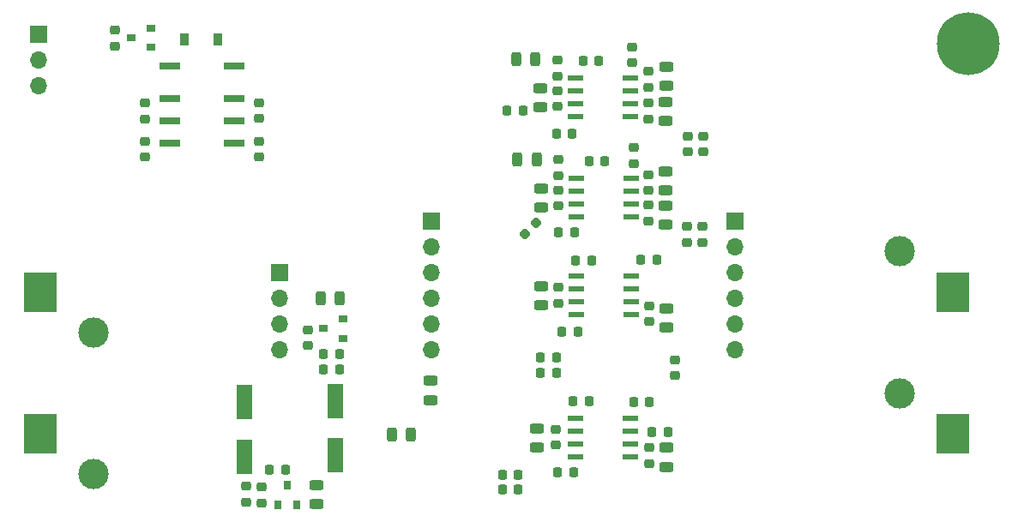
<source format=gbr>
G04 #@! TF.GenerationSoftware,KiCad,Pcbnew,6.0.2+dfsg-1*
G04 #@! TF.CreationDate,2022-08-30T21:03:39+10:00*
G04 #@! TF.ProjectId,AI.ABS.v1.single.ended.preamplifier,41492e41-4253-42e7-9631-2e73696e676c,rev?*
G04 #@! TF.SameCoordinates,Original*
G04 #@! TF.FileFunction,Soldermask,Top*
G04 #@! TF.FilePolarity,Negative*
%FSLAX45Y45*%
G04 Gerber Fmt 4.5, Leading zero omitted, Abs format (unit mm)*
G04 Created by KiCad (PCBNEW 6.0.2+dfsg-1) date 2022-08-30 21:03:39*
%MOMM*%
%LPD*%
G01*
G04 APERTURE LIST*
G04 Aperture macros list*
%AMRoundRect*
0 Rectangle with rounded corners*
0 $1 Rounding radius*
0 $2 $3 $4 $5 $6 $7 $8 $9 X,Y pos of 4 corners*
0 Add a 4 corners polygon primitive as box body*
4,1,4,$2,$3,$4,$5,$6,$7,$8,$9,$2,$3,0*
0 Add four circle primitives for the rounded corners*
1,1,$1+$1,$2,$3*
1,1,$1+$1,$4,$5*
1,1,$1+$1,$6,$7*
1,1,$1+$1,$8,$9*
0 Add four rect primitives between the rounded corners*
20,1,$1+$1,$2,$3,$4,$5,0*
20,1,$1+$1,$4,$5,$6,$7,0*
20,1,$1+$1,$6,$7,$8,$9,0*
20,1,$1+$1,$8,$9,$2,$3,0*%
G04 Aperture macros list end*
%ADD10RoundRect,0.218750X0.256250X-0.218750X0.256250X0.218750X-0.256250X0.218750X-0.256250X-0.218750X0*%
%ADD11RoundRect,0.243750X-0.456250X0.243750X-0.456250X-0.243750X0.456250X-0.243750X0.456250X0.243750X0*%
%ADD12RoundRect,0.243750X0.456250X-0.243750X0.456250X0.243750X-0.456250X0.243750X-0.456250X-0.243750X0*%
%ADD13RoundRect,0.218750X-0.256250X0.218750X-0.256250X-0.218750X0.256250X-0.218750X0.256250X0.218750X0*%
%ADD14RoundRect,0.218750X-0.026517X0.335876X-0.335876X0.026517X0.026517X-0.335876X0.335876X-0.026517X0*%
%ADD15RoundRect,0.218750X0.218750X0.256250X-0.218750X0.256250X-0.218750X-0.256250X0.218750X-0.256250X0*%
%ADD16R,1.700000X1.700000*%
%ADD17O,1.700000X1.700000*%
%ADD18R,1.550000X0.600000*%
%ADD19C,6.200000*%
%ADD20R,1.600000X3.500000*%
%ADD21RoundRect,0.243750X-0.243750X-0.456250X0.243750X-0.456250X0.243750X0.456250X-0.243750X0.456250X0*%
%ADD22R,0.900000X0.800000*%
%ADD23RoundRect,0.218750X-0.218750X-0.256250X0.218750X-0.256250X0.218750X0.256250X-0.218750X0.256250X0*%
%ADD24R,2.150000X0.800000*%
%ADD25R,0.900000X1.200000*%
%ADD26R,0.800000X0.900000*%
%ADD27C,3.000000*%
%ADD28R,3.200000X4.000000*%
%ADD29RoundRect,0.243750X0.243750X0.456250X-0.243750X0.456250X-0.243750X-0.456250X0.243750X-0.456250X0*%
G04 APERTURE END LIST*
D10*
X15720000Y-10928750D03*
X15720000Y-10771250D03*
D11*
X15888000Y-11260000D03*
X15888000Y-11072500D03*
D12*
X15895000Y-10911250D03*
X15895000Y-10723750D03*
D13*
X15718000Y-11082500D03*
X15718000Y-11240000D03*
X14830000Y-11641250D03*
X14830000Y-11798750D03*
X15560000Y-10688750D03*
X15560000Y-10531250D03*
D14*
X14611369Y-12268631D03*
X14500000Y-12380000D03*
D15*
X14972500Y-14030000D03*
X15130000Y-14030000D03*
D10*
X16250000Y-12460000D03*
X16250000Y-12302500D03*
D13*
X15575000Y-11683750D03*
X15575000Y-11526250D03*
D16*
X16575000Y-12250000D03*
D17*
X16575000Y-12504000D03*
X16575000Y-12758000D03*
X16575000Y-13012000D03*
X16575000Y-13266000D03*
X16575000Y-13520000D03*
D10*
X16260000Y-11411250D03*
X16260000Y-11568750D03*
D18*
X15545000Y-12205500D03*
X15545000Y-12078500D03*
X15545000Y-11951500D03*
X15545000Y-11824500D03*
X15005000Y-11824500D03*
X15005000Y-11951500D03*
X15005000Y-12078500D03*
X15005000Y-12205500D03*
D13*
X15720000Y-12248750D03*
X15720000Y-12091250D03*
D12*
X15890000Y-11760000D03*
X15890000Y-11947500D03*
D11*
X15890000Y-12100000D03*
X15890000Y-12287500D03*
D15*
X14987500Y-12360000D03*
X14830000Y-12360000D03*
D10*
X15720000Y-11790000D03*
X15720000Y-11947500D03*
X16110000Y-11568750D03*
X16110000Y-11411250D03*
X16100000Y-12460000D03*
X16100000Y-12302500D03*
D11*
X14655000Y-12892500D03*
X14655000Y-13080000D03*
D19*
X18875000Y-10500000D03*
D16*
X13575000Y-12250000D03*
D17*
X13575000Y-12504000D03*
X13575000Y-12758000D03*
X13575000Y-13012000D03*
X13575000Y-13266000D03*
X13575000Y-13520000D03*
D15*
X14807500Y-13600000D03*
X14650000Y-13600000D03*
D11*
X12437500Y-15048750D03*
X12437500Y-14861250D03*
D20*
X12627500Y-14025000D03*
X12627500Y-14565000D03*
X11732500Y-14040000D03*
X11732500Y-14580000D03*
D15*
X15910000Y-14330000D03*
X15752500Y-14330000D03*
X15158750Y-12640000D03*
X15001250Y-12640000D03*
D10*
X15980000Y-13621250D03*
X15980000Y-13778750D03*
D13*
X15725000Y-13085000D03*
X15725000Y-13242500D03*
D21*
X12671250Y-13012500D03*
X12483750Y-13012500D03*
D15*
X12666250Y-13712500D03*
X12508750Y-13712500D03*
D22*
X12707500Y-13407500D03*
X12707500Y-13217500D03*
X12507500Y-13312500D03*
D10*
X12357500Y-13322500D03*
X12357500Y-13480000D03*
D23*
X12508750Y-13562500D03*
X12666250Y-13562500D03*
D18*
X15540000Y-14580500D03*
X15540000Y-14453500D03*
X15540000Y-14326500D03*
X15540000Y-14199500D03*
X15000000Y-14199500D03*
X15000000Y-14326500D03*
X15000000Y-14453500D03*
X15000000Y-14580500D03*
D15*
X15728750Y-14040000D03*
X15571250Y-14040000D03*
X14978750Y-14730000D03*
X14821250Y-14730000D03*
D13*
X14800000Y-14463750D03*
X14800000Y-14306250D03*
X15725000Y-14643750D03*
X15725000Y-14486250D03*
X14825000Y-12905000D03*
X14825000Y-13062500D03*
D15*
X15798750Y-12630000D03*
X15641250Y-12630000D03*
X14866250Y-13345000D03*
X15023750Y-13345000D03*
D24*
X10995500Y-10717500D03*
X10995500Y-11037500D03*
X10995500Y-11257500D03*
X10995500Y-11477500D03*
X11630500Y-11477500D03*
X11630500Y-11257500D03*
X11631500Y-11037500D03*
X11631500Y-10717500D03*
D13*
X11870000Y-11080000D03*
X11870000Y-11237500D03*
X11870000Y-11620000D03*
X11870000Y-11462500D03*
X10750000Y-11240000D03*
X10750000Y-11082500D03*
X10750000Y-11462500D03*
X10750000Y-11620000D03*
D22*
X10610000Y-10440000D03*
X10810000Y-10345000D03*
X10810000Y-10535000D03*
D10*
X10450000Y-10520000D03*
X10450000Y-10362500D03*
D25*
X11470000Y-10460000D03*
X11140000Y-10460000D03*
D10*
X11747500Y-14867500D03*
X11747500Y-15025000D03*
D26*
X12152500Y-14855000D03*
X12247500Y-15055000D03*
X12057500Y-15055000D03*
D23*
X12136250Y-14705000D03*
X11978750Y-14705000D03*
D13*
X11897500Y-14876250D03*
X11897500Y-15033750D03*
D18*
X15005000Y-13175500D03*
X15005000Y-13048500D03*
X15005000Y-12921500D03*
X15005000Y-12794500D03*
X15545000Y-12794500D03*
X15545000Y-12921500D03*
X15545000Y-13048500D03*
X15545000Y-13175500D03*
D16*
X12075000Y-12758000D03*
D17*
X12075000Y-13012000D03*
X12075000Y-13266000D03*
X12075000Y-13520000D03*
D16*
X9700000Y-10402000D03*
D17*
X9700000Y-10656000D03*
X9700000Y-10910000D03*
D15*
X14651250Y-13750000D03*
X14808750Y-13750000D03*
X14276250Y-14900000D03*
X14433750Y-14900000D03*
X14432250Y-14753500D03*
X14274750Y-14753500D03*
D11*
X15895000Y-13115000D03*
X15895000Y-13302500D03*
X14617500Y-14487500D03*
X14617500Y-14300000D03*
X15895000Y-14677500D03*
X15895000Y-14490000D03*
D27*
X10242500Y-13350000D03*
X10242500Y-14750000D03*
D28*
X9717500Y-12950000D03*
X9717500Y-14350000D03*
X18720000Y-12950000D03*
X18720000Y-14350000D03*
D27*
X18195000Y-12550000D03*
X18195000Y-13950000D03*
D12*
X13570000Y-14017500D03*
X13570000Y-13830000D03*
D21*
X13373750Y-14360000D03*
X13186250Y-14360000D03*
D11*
X14660000Y-11926250D03*
X14660000Y-12113750D03*
D15*
X14967500Y-11390000D03*
X14810000Y-11390000D03*
D11*
X14650000Y-11127500D03*
X14650000Y-10940000D03*
D13*
X14830000Y-12100000D03*
X14830000Y-11942500D03*
X14820000Y-10820000D03*
X14820000Y-10662500D03*
X14820000Y-10960000D03*
X14820000Y-11117500D03*
D15*
X14321250Y-11160000D03*
X14478750Y-11160000D03*
D18*
X15540000Y-11220500D03*
X15540000Y-11093500D03*
X15540000Y-10966500D03*
X15540000Y-10839500D03*
X15000000Y-10839500D03*
X15000000Y-10966500D03*
X15000000Y-11093500D03*
X15000000Y-11220500D03*
D15*
X15130000Y-11660000D03*
X15287500Y-11660000D03*
X15230000Y-10670000D03*
X15072500Y-10670000D03*
D29*
X14613750Y-11640000D03*
X14426250Y-11640000D03*
X14416250Y-10650000D03*
X14603750Y-10650000D03*
M02*

</source>
